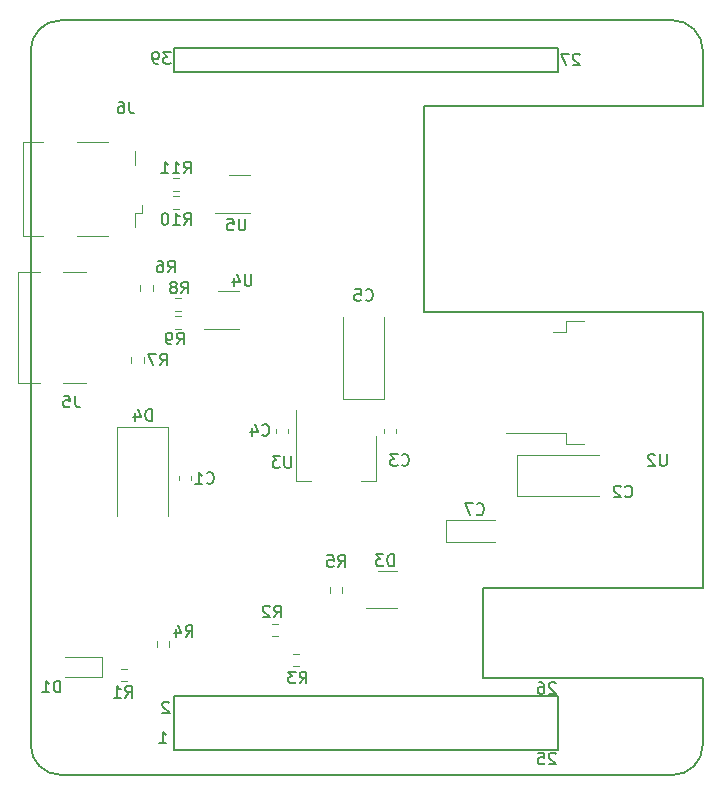
<source format=gbr>
G04 #@! TF.GenerationSoftware,KiCad,Pcbnew,6.0.5*
G04 #@! TF.CreationDate,2022-10-03T09:57:03+03:00*
G04 #@! TF.ProjectId,opi-hat,6f70692d-6861-4742-9e6b-696361645f70,rev?*
G04 #@! TF.SameCoordinates,Original*
G04 #@! TF.FileFunction,Legend,Bot*
G04 #@! TF.FilePolarity,Positive*
%FSLAX46Y46*%
G04 Gerber Fmt 4.6, Leading zero omitted, Abs format (unit mm)*
G04 Created by KiCad (PCBNEW 6.0.5) date 2022-10-03 09:57:03*
%MOMM*%
%LPD*%
G01*
G04 APERTURE LIST*
%ADD10C,0.150000*%
G04 #@! TA.AperFunction,Profile*
%ADD11C,0.200000*%
G04 #@! TD*
%ADD12C,0.120000*%
G04 APERTURE END LIST*
D10*
X126237904Y-108386619D02*
X126190285Y-108339000D01*
X126095047Y-108291380D01*
X125856952Y-108291380D01*
X125761714Y-108339000D01*
X125714095Y-108386619D01*
X125666476Y-108481857D01*
X125666476Y-108577095D01*
X125714095Y-108719952D01*
X126285523Y-109291380D01*
X125666476Y-109291380D01*
X124761714Y-108291380D02*
X125237904Y-108291380D01*
X125285523Y-108767571D01*
X125237904Y-108719952D01*
X125142666Y-108672333D01*
X124904571Y-108672333D01*
X124809333Y-108719952D01*
X124761714Y-108767571D01*
X124714095Y-108862809D01*
X124714095Y-109100904D01*
X124761714Y-109196142D01*
X124809333Y-109243761D01*
X124904571Y-109291380D01*
X125142666Y-109291380D01*
X125237904Y-109243761D01*
X125285523Y-109196142D01*
X126237904Y-102417619D02*
X126190285Y-102370000D01*
X126095047Y-102322380D01*
X125856952Y-102322380D01*
X125761714Y-102370000D01*
X125714095Y-102417619D01*
X125666476Y-102512857D01*
X125666476Y-102608095D01*
X125714095Y-102750952D01*
X126285523Y-103322380D01*
X125666476Y-103322380D01*
X124809333Y-102322380D02*
X124999809Y-102322380D01*
X125095047Y-102370000D01*
X125142666Y-102417619D01*
X125237904Y-102560476D01*
X125285523Y-102750952D01*
X125285523Y-103131904D01*
X125237904Y-103227142D01*
X125190285Y-103274761D01*
X125095047Y-103322380D01*
X124904571Y-103322380D01*
X124809333Y-103274761D01*
X124761714Y-103227142D01*
X124714095Y-103131904D01*
X124714095Y-102893809D01*
X124761714Y-102798571D01*
X124809333Y-102750952D01*
X124904571Y-102703333D01*
X125095047Y-102703333D01*
X125190285Y-102750952D01*
X125237904Y-102798571D01*
X125285523Y-102893809D01*
X93503714Y-104068619D02*
X93456095Y-104021000D01*
X93360857Y-103973380D01*
X93122761Y-103973380D01*
X93027523Y-104021000D01*
X92979904Y-104068619D01*
X92932285Y-104163857D01*
X92932285Y-104259095D01*
X92979904Y-104401952D01*
X93551333Y-104973380D01*
X92932285Y-104973380D01*
X92678285Y-107513380D02*
X93249714Y-107513380D01*
X92964000Y-107513380D02*
X92964000Y-106513380D01*
X93059238Y-106656238D01*
X93154476Y-106751476D01*
X93249714Y-106799095D01*
X93646523Y-48982380D02*
X93027476Y-48982380D01*
X93360809Y-49363333D01*
X93217952Y-49363333D01*
X93122714Y-49410952D01*
X93075095Y-49458571D01*
X93027476Y-49553809D01*
X93027476Y-49791904D01*
X93075095Y-49887142D01*
X93122714Y-49934761D01*
X93217952Y-49982380D01*
X93503666Y-49982380D01*
X93598904Y-49934761D01*
X93646523Y-49887142D01*
X92551285Y-49982380D02*
X92360809Y-49982380D01*
X92265571Y-49934761D01*
X92217952Y-49887142D01*
X92122714Y-49744285D01*
X92075095Y-49553809D01*
X92075095Y-49172857D01*
X92122714Y-49077619D01*
X92170333Y-49030000D01*
X92265571Y-48982380D01*
X92456047Y-48982380D01*
X92551285Y-49030000D01*
X92598904Y-49077619D01*
X92646523Y-49172857D01*
X92646523Y-49410952D01*
X92598904Y-49506190D01*
X92551285Y-49553809D01*
X92456047Y-49601428D01*
X92265571Y-49601428D01*
X92170333Y-49553809D01*
X92122714Y-49506190D01*
X92075095Y-49410952D01*
X128269904Y-49204619D02*
X128222285Y-49157000D01*
X128127047Y-49109380D01*
X127888952Y-49109380D01*
X127793714Y-49157000D01*
X127746095Y-49204619D01*
X127698476Y-49299857D01*
X127698476Y-49395095D01*
X127746095Y-49537952D01*
X128317523Y-50109380D01*
X127698476Y-50109380D01*
X127365142Y-49109380D02*
X126698476Y-49109380D01*
X127127047Y-50109380D01*
X135635904Y-83018380D02*
X135635904Y-83827904D01*
X135588285Y-83923142D01*
X135540666Y-83970761D01*
X135445428Y-84018380D01*
X135254952Y-84018380D01*
X135159714Y-83970761D01*
X135112095Y-83923142D01*
X135064476Y-83827904D01*
X135064476Y-83018380D01*
X134635904Y-83113619D02*
X134588285Y-83066000D01*
X134493047Y-83018380D01*
X134254952Y-83018380D01*
X134159714Y-83066000D01*
X134112095Y-83113619D01*
X134064476Y-83208857D01*
X134064476Y-83304095D01*
X134112095Y-83446952D01*
X134683523Y-84018380D01*
X134064476Y-84018380D01*
X119546666Y-88088742D02*
X119594285Y-88136361D01*
X119737142Y-88183980D01*
X119832380Y-88183980D01*
X119975238Y-88136361D01*
X120070476Y-88041123D01*
X120118095Y-87945885D01*
X120165714Y-87755409D01*
X120165714Y-87612552D01*
X120118095Y-87422076D01*
X120070476Y-87326838D01*
X119975238Y-87231600D01*
X119832380Y-87183980D01*
X119737142Y-87183980D01*
X119594285Y-87231600D01*
X119546666Y-87279219D01*
X119213333Y-87183980D02*
X118546666Y-87183980D01*
X118975238Y-88183980D01*
X103835104Y-83170780D02*
X103835104Y-83980304D01*
X103787485Y-84075542D01*
X103739866Y-84123161D01*
X103644628Y-84170780D01*
X103454152Y-84170780D01*
X103358914Y-84123161D01*
X103311295Y-84075542D01*
X103263676Y-83980304D01*
X103263676Y-83170780D01*
X102882723Y-83170780D02*
X102263676Y-83170780D01*
X102597009Y-83551733D01*
X102454152Y-83551733D01*
X102358914Y-83599352D01*
X102311295Y-83646971D01*
X102263676Y-83742209D01*
X102263676Y-83980304D01*
X102311295Y-84075542D01*
X102358914Y-84123161D01*
X102454152Y-84170780D01*
X102739866Y-84170780D01*
X102835104Y-84123161D01*
X102882723Y-84075542D01*
X110148666Y-69953142D02*
X110196285Y-70000761D01*
X110339142Y-70048380D01*
X110434380Y-70048380D01*
X110577238Y-70000761D01*
X110672476Y-69905523D01*
X110720095Y-69810285D01*
X110767714Y-69619809D01*
X110767714Y-69476952D01*
X110720095Y-69286476D01*
X110672476Y-69191238D01*
X110577238Y-69096000D01*
X110434380Y-69048380D01*
X110339142Y-69048380D01*
X110196285Y-69096000D01*
X110148666Y-69143619D01*
X109243904Y-69048380D02*
X109720095Y-69048380D01*
X109767714Y-69524571D01*
X109720095Y-69476952D01*
X109624857Y-69429333D01*
X109386761Y-69429333D01*
X109291523Y-69476952D01*
X109243904Y-69524571D01*
X109196285Y-69619809D01*
X109196285Y-69857904D01*
X109243904Y-69953142D01*
X109291523Y-70000761D01*
X109386761Y-70048380D01*
X109624857Y-70048380D01*
X109720095Y-70000761D01*
X109767714Y-69953142D01*
X96686666Y-85447142D02*
X96734285Y-85494761D01*
X96877142Y-85542380D01*
X96972380Y-85542380D01*
X97115238Y-85494761D01*
X97210476Y-85399523D01*
X97258095Y-85304285D01*
X97305714Y-85113809D01*
X97305714Y-84970952D01*
X97258095Y-84780476D01*
X97210476Y-84685238D01*
X97115238Y-84590000D01*
X96972380Y-84542380D01*
X96877142Y-84542380D01*
X96734285Y-84590000D01*
X96686666Y-84637619D01*
X95734285Y-85542380D02*
X96305714Y-85542380D01*
X96020000Y-85542380D02*
X96020000Y-84542380D01*
X96115238Y-84685238D01*
X96210476Y-84780476D01*
X96305714Y-84828095D01*
X94908666Y-98496380D02*
X95242000Y-98020190D01*
X95480095Y-98496380D02*
X95480095Y-97496380D01*
X95099142Y-97496380D01*
X95003904Y-97544000D01*
X94956285Y-97591619D01*
X94908666Y-97686857D01*
X94908666Y-97829714D01*
X94956285Y-97924952D01*
X95003904Y-97972571D01*
X95099142Y-98020190D01*
X95480095Y-98020190D01*
X94051523Y-97829714D02*
X94051523Y-98496380D01*
X94289619Y-97448761D02*
X94527714Y-98163047D01*
X93908666Y-98163047D01*
X100480404Y-67778380D02*
X100480404Y-68587904D01*
X100432785Y-68683142D01*
X100385166Y-68730761D01*
X100289928Y-68778380D01*
X100099452Y-68778380D01*
X100004214Y-68730761D01*
X99956595Y-68683142D01*
X99908976Y-68587904D01*
X99908976Y-67778380D01*
X99004214Y-68111714D02*
X99004214Y-68778380D01*
X99242309Y-67730761D02*
X99480404Y-68445047D01*
X98861357Y-68445047D01*
X94749857Y-59253380D02*
X95083190Y-58777190D01*
X95321285Y-59253380D02*
X95321285Y-58253380D01*
X94940333Y-58253380D01*
X94845095Y-58301000D01*
X94797476Y-58348619D01*
X94749857Y-58443857D01*
X94749857Y-58586714D01*
X94797476Y-58681952D01*
X94845095Y-58729571D01*
X94940333Y-58777190D01*
X95321285Y-58777190D01*
X93797476Y-59253380D02*
X94368904Y-59253380D01*
X94083190Y-59253380D02*
X94083190Y-58253380D01*
X94178428Y-58396238D01*
X94273666Y-58491476D01*
X94368904Y-58539095D01*
X92845095Y-59253380D02*
X93416523Y-59253380D01*
X93130809Y-59253380D02*
X93130809Y-58253380D01*
X93226047Y-58396238D01*
X93321285Y-58491476D01*
X93416523Y-58539095D01*
X101385666Y-81383142D02*
X101433285Y-81430761D01*
X101576142Y-81478380D01*
X101671380Y-81478380D01*
X101814238Y-81430761D01*
X101909476Y-81335523D01*
X101957095Y-81240285D01*
X102004714Y-81049809D01*
X102004714Y-80906952D01*
X101957095Y-80716476D01*
X101909476Y-80621238D01*
X101814238Y-80526000D01*
X101671380Y-80478380D01*
X101576142Y-80478380D01*
X101433285Y-80526000D01*
X101385666Y-80573619D01*
X100528523Y-80811714D02*
X100528523Y-81478380D01*
X100766619Y-80430761D02*
X101004714Y-81145047D01*
X100385666Y-81145047D01*
X94170166Y-73731380D02*
X94503500Y-73255190D01*
X94741595Y-73731380D02*
X94741595Y-72731380D01*
X94360642Y-72731380D01*
X94265404Y-72779000D01*
X94217785Y-72826619D01*
X94170166Y-72921857D01*
X94170166Y-73064714D01*
X94217785Y-73159952D01*
X94265404Y-73207571D01*
X94360642Y-73255190D01*
X94741595Y-73255190D01*
X93693976Y-73731380D02*
X93503500Y-73731380D01*
X93408261Y-73683761D01*
X93360642Y-73636142D01*
X93265404Y-73493285D01*
X93217785Y-73302809D01*
X93217785Y-72921857D01*
X93265404Y-72826619D01*
X93313023Y-72779000D01*
X93408261Y-72731380D01*
X93598738Y-72731380D01*
X93693976Y-72779000D01*
X93741595Y-72826619D01*
X93789214Y-72921857D01*
X93789214Y-73159952D01*
X93741595Y-73255190D01*
X93693976Y-73302809D01*
X93598738Y-73350428D01*
X93408261Y-73350428D01*
X93313023Y-73302809D01*
X93265404Y-73255190D01*
X93217785Y-73159952D01*
X94773357Y-63604380D02*
X95106690Y-63128190D01*
X95344785Y-63604380D02*
X95344785Y-62604380D01*
X94963833Y-62604380D01*
X94868595Y-62652000D01*
X94820976Y-62699619D01*
X94773357Y-62794857D01*
X94773357Y-62937714D01*
X94820976Y-63032952D01*
X94868595Y-63080571D01*
X94963833Y-63128190D01*
X95344785Y-63128190D01*
X93820976Y-63604380D02*
X94392404Y-63604380D01*
X94106690Y-63604380D02*
X94106690Y-62604380D01*
X94201928Y-62747238D01*
X94297166Y-62842476D01*
X94392404Y-62890095D01*
X93201928Y-62604380D02*
X93106690Y-62604380D01*
X93011452Y-62652000D01*
X92963833Y-62699619D01*
X92916214Y-62794857D01*
X92868595Y-62985333D01*
X92868595Y-63223428D01*
X92916214Y-63413904D01*
X92963833Y-63509142D01*
X93011452Y-63556761D01*
X93106690Y-63604380D01*
X93201928Y-63604380D01*
X93297166Y-63556761D01*
X93344785Y-63509142D01*
X93392404Y-63413904D01*
X93440023Y-63223428D01*
X93440023Y-62985333D01*
X93392404Y-62794857D01*
X93344785Y-62699619D01*
X93297166Y-62652000D01*
X93201928Y-62604380D01*
X104560666Y-102433380D02*
X104894000Y-101957190D01*
X105132095Y-102433380D02*
X105132095Y-101433380D01*
X104751142Y-101433380D01*
X104655904Y-101481000D01*
X104608285Y-101528619D01*
X104560666Y-101623857D01*
X104560666Y-101766714D01*
X104608285Y-101861952D01*
X104655904Y-101909571D01*
X104751142Y-101957190D01*
X105132095Y-101957190D01*
X104227333Y-101433380D02*
X103608285Y-101433380D01*
X103941619Y-101814333D01*
X103798761Y-101814333D01*
X103703523Y-101861952D01*
X103655904Y-101909571D01*
X103608285Y-102004809D01*
X103608285Y-102242904D01*
X103655904Y-102338142D01*
X103703523Y-102385761D01*
X103798761Y-102433380D01*
X104084476Y-102433380D01*
X104179714Y-102385761D01*
X104227333Y-102338142D01*
X90145833Y-53173380D02*
X90145833Y-53887666D01*
X90193452Y-54030523D01*
X90288690Y-54125761D01*
X90431547Y-54173380D01*
X90526785Y-54173380D01*
X89241071Y-53173380D02*
X89431547Y-53173380D01*
X89526785Y-53221000D01*
X89574404Y-53268619D01*
X89669642Y-53411476D01*
X89717261Y-53601952D01*
X89717261Y-53982904D01*
X89669642Y-54078142D01*
X89622023Y-54125761D01*
X89526785Y-54173380D01*
X89336309Y-54173380D01*
X89241071Y-54125761D01*
X89193452Y-54078142D01*
X89145833Y-53982904D01*
X89145833Y-53744809D01*
X89193452Y-53649571D01*
X89241071Y-53601952D01*
X89336309Y-53554333D01*
X89526785Y-53554333D01*
X89622023Y-53601952D01*
X89669642Y-53649571D01*
X89717261Y-53744809D01*
X93408166Y-67635380D02*
X93741500Y-67159190D01*
X93979595Y-67635380D02*
X93979595Y-66635380D01*
X93598642Y-66635380D01*
X93503404Y-66683000D01*
X93455785Y-66730619D01*
X93408166Y-66825857D01*
X93408166Y-66968714D01*
X93455785Y-67063952D01*
X93503404Y-67111571D01*
X93598642Y-67159190D01*
X93979595Y-67159190D01*
X92551023Y-66635380D02*
X92741500Y-66635380D01*
X92836738Y-66683000D01*
X92884357Y-66730619D01*
X92979595Y-66873476D01*
X93027214Y-67063952D01*
X93027214Y-67444904D01*
X92979595Y-67540142D01*
X92931976Y-67587761D01*
X92836738Y-67635380D01*
X92646261Y-67635380D01*
X92551023Y-67587761D01*
X92503404Y-67540142D01*
X92455785Y-67444904D01*
X92455785Y-67206809D01*
X92503404Y-67111571D01*
X92551023Y-67063952D01*
X92646261Y-67016333D01*
X92836738Y-67016333D01*
X92931976Y-67063952D01*
X92979595Y-67111571D01*
X93027214Y-67206809D01*
X89777866Y-103627180D02*
X90111200Y-103150990D01*
X90349295Y-103627180D02*
X90349295Y-102627180D01*
X89968342Y-102627180D01*
X89873104Y-102674800D01*
X89825485Y-102722419D01*
X89777866Y-102817657D01*
X89777866Y-102960514D01*
X89825485Y-103055752D01*
X89873104Y-103103371D01*
X89968342Y-103150990D01*
X90349295Y-103150990D01*
X88825485Y-103627180D02*
X89396914Y-103627180D01*
X89111200Y-103627180D02*
X89111200Y-102627180D01*
X89206438Y-102770038D01*
X89301676Y-102865276D01*
X89396914Y-102912895D01*
X92749666Y-75509380D02*
X93083000Y-75033190D01*
X93321095Y-75509380D02*
X93321095Y-74509380D01*
X92940142Y-74509380D01*
X92844904Y-74557000D01*
X92797285Y-74604619D01*
X92749666Y-74699857D01*
X92749666Y-74842714D01*
X92797285Y-74937952D01*
X92844904Y-74985571D01*
X92940142Y-75033190D01*
X93321095Y-75033190D01*
X92416333Y-74509380D02*
X91749666Y-74509380D01*
X92178238Y-75509380D01*
X99972404Y-63079380D02*
X99972404Y-63888904D01*
X99924785Y-63984142D01*
X99877166Y-64031761D01*
X99781928Y-64079380D01*
X99591452Y-64079380D01*
X99496214Y-64031761D01*
X99448595Y-63984142D01*
X99400976Y-63888904D01*
X99400976Y-63079380D01*
X98448595Y-63079380D02*
X98924785Y-63079380D01*
X98972404Y-63555571D01*
X98924785Y-63507952D01*
X98829547Y-63460333D01*
X98591452Y-63460333D01*
X98496214Y-63507952D01*
X98448595Y-63555571D01*
X98400976Y-63650809D01*
X98400976Y-63888904D01*
X98448595Y-63984142D01*
X98496214Y-64031761D01*
X98591452Y-64079380D01*
X98829547Y-64079380D01*
X98924785Y-64031761D01*
X98972404Y-63984142D01*
X113196666Y-83923142D02*
X113244285Y-83970761D01*
X113387142Y-84018380D01*
X113482380Y-84018380D01*
X113625238Y-83970761D01*
X113720476Y-83875523D01*
X113768095Y-83780285D01*
X113815714Y-83589809D01*
X113815714Y-83446952D01*
X113768095Y-83256476D01*
X113720476Y-83161238D01*
X113625238Y-83066000D01*
X113482380Y-83018380D01*
X113387142Y-83018380D01*
X113244285Y-83066000D01*
X113196666Y-83113619D01*
X112863333Y-83018380D02*
X112244285Y-83018380D01*
X112577619Y-83399333D01*
X112434761Y-83399333D01*
X112339523Y-83446952D01*
X112291904Y-83494571D01*
X112244285Y-83589809D01*
X112244285Y-83827904D01*
X112291904Y-83923142D01*
X112339523Y-83970761D01*
X112434761Y-84018380D01*
X112720476Y-84018380D01*
X112815714Y-83970761D01*
X112863333Y-83923142D01*
X94551166Y-69413380D02*
X94884500Y-68937190D01*
X95122595Y-69413380D02*
X95122595Y-68413380D01*
X94741642Y-68413380D01*
X94646404Y-68461000D01*
X94598785Y-68508619D01*
X94551166Y-68603857D01*
X94551166Y-68746714D01*
X94598785Y-68841952D01*
X94646404Y-68889571D01*
X94741642Y-68937190D01*
X95122595Y-68937190D01*
X93979738Y-68841952D02*
X94074976Y-68794333D01*
X94122595Y-68746714D01*
X94170214Y-68651476D01*
X94170214Y-68603857D01*
X94122595Y-68508619D01*
X94074976Y-68461000D01*
X93979738Y-68413380D01*
X93789261Y-68413380D01*
X93694023Y-68461000D01*
X93646404Y-68508619D01*
X93598785Y-68603857D01*
X93598785Y-68651476D01*
X93646404Y-68746714D01*
X93694023Y-68794333D01*
X93789261Y-68841952D01*
X93979738Y-68841952D01*
X94074976Y-68889571D01*
X94122595Y-68937190D01*
X94170214Y-69032428D01*
X94170214Y-69222904D01*
X94122595Y-69318142D01*
X94074976Y-69365761D01*
X93979738Y-69413380D01*
X93789261Y-69413380D01*
X93694023Y-69365761D01*
X93646404Y-69318142D01*
X93598785Y-69222904D01*
X93598785Y-69032428D01*
X93646404Y-68937190D01*
X93694023Y-68889571D01*
X93789261Y-68841952D01*
X107811866Y-92578180D02*
X108145200Y-92101990D01*
X108383295Y-92578180D02*
X108383295Y-91578180D01*
X108002342Y-91578180D01*
X107907104Y-91625800D01*
X107859485Y-91673419D01*
X107811866Y-91768657D01*
X107811866Y-91911514D01*
X107859485Y-92006752D01*
X107907104Y-92054371D01*
X108002342Y-92101990D01*
X108383295Y-92101990D01*
X106907104Y-91578180D02*
X107383295Y-91578180D01*
X107430914Y-92054371D01*
X107383295Y-92006752D01*
X107288057Y-91959133D01*
X107049961Y-91959133D01*
X106954723Y-92006752D01*
X106907104Y-92054371D01*
X106859485Y-92149609D01*
X106859485Y-92387704D01*
X106907104Y-92482942D01*
X106954723Y-92530561D01*
X107049961Y-92578180D01*
X107288057Y-92578180D01*
X107383295Y-92530561D01*
X107430914Y-92482942D01*
X92051095Y-80208380D02*
X92051095Y-79208380D01*
X91813000Y-79208380D01*
X91670142Y-79256000D01*
X91574904Y-79351238D01*
X91527285Y-79446476D01*
X91479666Y-79636952D01*
X91479666Y-79779809D01*
X91527285Y-79970285D01*
X91574904Y-80065523D01*
X91670142Y-80160761D01*
X91813000Y-80208380D01*
X92051095Y-80208380D01*
X90622523Y-79541714D02*
X90622523Y-80208380D01*
X90860619Y-79160761D02*
X91098714Y-79875047D01*
X90479666Y-79875047D01*
X85550333Y-78065380D02*
X85550333Y-78779666D01*
X85597952Y-78922523D01*
X85693190Y-79017761D01*
X85836047Y-79065380D01*
X85931285Y-79065380D01*
X84597952Y-78065380D02*
X85074142Y-78065380D01*
X85121761Y-78541571D01*
X85074142Y-78493952D01*
X84978904Y-78446333D01*
X84740809Y-78446333D01*
X84645571Y-78493952D01*
X84597952Y-78541571D01*
X84550333Y-78636809D01*
X84550333Y-78874904D01*
X84597952Y-78970142D01*
X84645571Y-79017761D01*
X84740809Y-79065380D01*
X84978904Y-79065380D01*
X85074142Y-79017761D01*
X85121761Y-78970142D01*
X112548895Y-92501980D02*
X112548895Y-91501980D01*
X112310800Y-91501980D01*
X112167942Y-91549600D01*
X112072704Y-91644838D01*
X112025085Y-91740076D01*
X111977466Y-91930552D01*
X111977466Y-92073409D01*
X112025085Y-92263885D01*
X112072704Y-92359123D01*
X112167942Y-92454361D01*
X112310800Y-92501980D01*
X112548895Y-92501980D01*
X111644133Y-91501980D02*
X111025085Y-91501980D01*
X111358419Y-91882933D01*
X111215561Y-91882933D01*
X111120323Y-91930552D01*
X111072704Y-91978171D01*
X111025085Y-92073409D01*
X111025085Y-92311504D01*
X111072704Y-92406742D01*
X111120323Y-92454361D01*
X111215561Y-92501980D01*
X111501276Y-92501980D01*
X111596514Y-92454361D01*
X111644133Y-92406742D01*
X102401666Y-96845380D02*
X102735000Y-96369190D01*
X102973095Y-96845380D02*
X102973095Y-95845380D01*
X102592142Y-95845380D01*
X102496904Y-95893000D01*
X102449285Y-95940619D01*
X102401666Y-96035857D01*
X102401666Y-96178714D01*
X102449285Y-96273952D01*
X102496904Y-96321571D01*
X102592142Y-96369190D01*
X102973095Y-96369190D01*
X102020714Y-95940619D02*
X101973095Y-95893000D01*
X101877857Y-95845380D01*
X101639761Y-95845380D01*
X101544523Y-95893000D01*
X101496904Y-95940619D01*
X101449285Y-96035857D01*
X101449285Y-96131095D01*
X101496904Y-96273952D01*
X102068333Y-96845380D01*
X101449285Y-96845380D01*
X84304095Y-103195380D02*
X84304095Y-102195380D01*
X84066000Y-102195380D01*
X83923142Y-102243000D01*
X83827904Y-102338238D01*
X83780285Y-102433476D01*
X83732666Y-102623952D01*
X83732666Y-102766809D01*
X83780285Y-102957285D01*
X83827904Y-103052523D01*
X83923142Y-103147761D01*
X84066000Y-103195380D01*
X84304095Y-103195380D01*
X82780285Y-103195380D02*
X83351714Y-103195380D01*
X83066000Y-103195380D02*
X83066000Y-102195380D01*
X83161238Y-102338238D01*
X83256476Y-102433476D01*
X83351714Y-102481095D01*
X132119666Y-86590142D02*
X132167285Y-86637761D01*
X132310142Y-86685380D01*
X132405380Y-86685380D01*
X132548238Y-86637761D01*
X132643476Y-86542523D01*
X132691095Y-86447285D01*
X132738714Y-86256809D01*
X132738714Y-86113952D01*
X132691095Y-85923476D01*
X132643476Y-85828238D01*
X132548238Y-85733000D01*
X132405380Y-85685380D01*
X132310142Y-85685380D01*
X132167285Y-85733000D01*
X132119666Y-85780619D01*
X131738714Y-85780619D02*
X131691095Y-85733000D01*
X131595857Y-85685380D01*
X131357761Y-85685380D01*
X131262523Y-85733000D01*
X131214904Y-85780619D01*
X131167285Y-85875857D01*
X131167285Y-85971095D01*
X131214904Y-86113952D01*
X131786333Y-86685380D01*
X131167285Y-86685380D01*
D11*
X81784059Y-107635933D02*
G75*
G03*
X84324059Y-110175933I2540001J1D01*
G01*
X136147941Y-110175927D02*
G75*
G03*
X138687941Y-107635933I2J2539998D01*
G01*
X138687955Y-48828067D02*
G75*
G03*
X136147941Y-46288067I-2539992J8D01*
G01*
X84324059Y-46288067D02*
G75*
G03*
X81784059Y-48828067I1J-2540001D01*
G01*
X120095391Y-94355031D02*
X138687941Y-94355031D01*
X138687941Y-107635933D02*
X138687941Y-101975031D01*
X84324059Y-110175933D02*
X136147941Y-110175933D01*
X138687941Y-53509289D02*
X138687941Y-48828067D01*
X120095391Y-101975031D02*
X120095391Y-94355031D01*
X138687941Y-53509289D02*
X115068983Y-53509289D01*
X138687941Y-94355031D02*
X138687941Y-71003289D01*
X115068983Y-53509289D02*
X115068983Y-71003289D01*
X136147941Y-46288067D02*
X84324059Y-46288067D01*
X81784059Y-48828067D02*
X81784059Y-107635933D01*
X138687941Y-101975031D02*
X120095391Y-101975031D01*
X115068983Y-71003289D02*
X138687941Y-71003289D01*
D10*
X93927041Y-103457629D02*
X126439041Y-103457629D01*
X126439041Y-103457629D02*
X126439041Y-108029629D01*
X126439041Y-108029629D02*
X93927041Y-108029629D01*
X93927041Y-108029629D02*
X93927041Y-103457629D01*
X93927041Y-48593629D02*
X126439041Y-48593629D01*
X126439041Y-48593629D02*
X126439041Y-50625629D01*
X126439041Y-50625629D02*
X93927041Y-50625629D01*
X93927041Y-50625629D02*
X93927041Y-48593629D01*
D12*
X128640000Y-71743000D02*
X127140000Y-71743000D01*
X127140000Y-71743000D02*
X127140000Y-72693000D01*
X128640000Y-82143000D02*
X127140000Y-82143000D01*
X127140000Y-81193000D02*
X122015000Y-81193000D01*
X127140000Y-82143000D02*
X127140000Y-81193000D01*
X127140000Y-72693000D02*
X126040000Y-72693000D01*
X116981500Y-88574600D02*
X121066500Y-88574600D01*
X121066500Y-90444600D02*
X116981500Y-90444600D01*
X116981500Y-90444600D02*
X116981500Y-88574600D01*
X111055200Y-85272400D02*
X109795200Y-85272400D01*
X111055200Y-81512400D02*
X111055200Y-85272400D01*
X104235200Y-85272400D02*
X105495200Y-85272400D01*
X104235200Y-79262400D02*
X104235200Y-85272400D01*
X111692000Y-78347000D02*
X108272000Y-78347000D01*
X108272000Y-78347000D02*
X108272000Y-71412000D01*
X111692000Y-71412000D02*
X111692000Y-78347000D01*
X94333600Y-84892933D02*
X94333600Y-85185467D01*
X95353600Y-84892933D02*
X95353600Y-85185467D01*
X93537300Y-98805276D02*
X93537300Y-99314724D01*
X92492300Y-98805276D02*
X92492300Y-99314724D01*
X99428500Y-72410000D02*
X96478500Y-72410000D01*
X97628500Y-69190000D02*
X99428500Y-69190000D01*
X93875776Y-60720500D02*
X94385224Y-60720500D01*
X93875776Y-59675500D02*
X94385224Y-59675500D01*
X103583200Y-81224167D02*
X103583200Y-80931633D01*
X102563200Y-81224167D02*
X102563200Y-80931633D01*
X94026276Y-72404500D02*
X94535724Y-72404500D01*
X94026276Y-71359500D02*
X94535724Y-71359500D01*
X93875776Y-62244500D02*
X94385224Y-62244500D01*
X93875776Y-61199500D02*
X94385224Y-61199500D01*
X104027676Y-99909100D02*
X104537124Y-99909100D01*
X104027676Y-100954100D02*
X104537124Y-100954100D01*
X91204500Y-62629000D02*
X91204500Y-61929000D01*
X90614500Y-58529000D02*
X90614500Y-57379000D01*
X82804500Y-64539000D02*
X81144500Y-64539000D01*
X81144500Y-64539000D02*
X81144500Y-56619000D01*
X81144500Y-56619000D02*
X82804500Y-56619000D01*
X90614500Y-62629000D02*
X91204500Y-62629000D01*
X85704500Y-64539000D02*
X88304500Y-64539000D01*
X90614500Y-63779000D02*
X90614500Y-62629000D01*
X88304500Y-56619000D02*
X85704500Y-56619000D01*
X91068000Y-69239224D02*
X91068000Y-68729776D01*
X92113000Y-69239224D02*
X92113000Y-68729776D01*
X89434576Y-101181000D02*
X89944024Y-101181000D01*
X89434576Y-102226000D02*
X89944024Y-102226000D01*
X91351000Y-74778776D02*
X91351000Y-75288224D01*
X90306000Y-74778776D02*
X90306000Y-75288224D01*
X98564500Y-59350000D02*
X100364500Y-59350000D01*
X100364500Y-62570000D02*
X97414500Y-62570000D01*
X112727200Y-80931633D02*
X112727200Y-81224167D01*
X111707200Y-80931633D02*
X111707200Y-81224167D01*
X93979276Y-70880500D02*
X94488724Y-70880500D01*
X93979276Y-69835500D02*
X94488724Y-69835500D01*
X108167700Y-94284076D02*
X108167700Y-94793524D01*
X107122700Y-94284076D02*
X107122700Y-94793524D01*
X89137600Y-80697200D02*
X93437600Y-80697200D01*
X93437600Y-80697200D02*
X93437600Y-88247200D01*
X89137600Y-80697200D02*
X89137600Y-88247200D01*
X86505500Y-76963000D02*
X84505500Y-76963000D01*
X82605500Y-67563000D02*
X80705500Y-67563000D01*
X82605500Y-76963000D02*
X80705500Y-76963000D01*
X86505500Y-67563000D02*
X84505500Y-67563000D01*
X80705500Y-76963000D02*
X80705500Y-67563000D01*
X112014000Y-96048000D02*
X112814000Y-96048000D01*
X112014000Y-92928000D02*
X112814000Y-92928000D01*
X112014000Y-92928000D02*
X111214000Y-92928000D01*
X112014000Y-96048000D02*
X110214000Y-96048000D01*
X102198876Y-98419100D02*
X102708324Y-98419100D01*
X102198876Y-97374100D02*
X102708324Y-97374100D01*
X87822800Y-101918500D02*
X84672800Y-101918500D01*
X87822800Y-100218500D02*
X87822800Y-101918500D01*
X87822800Y-100218500D02*
X84672800Y-100218500D01*
X122953400Y-83126000D02*
X129888400Y-83126000D01*
X122953400Y-86546000D02*
X122953400Y-83126000D01*
X129888400Y-86546000D02*
X122953400Y-86546000D01*
M02*

</source>
